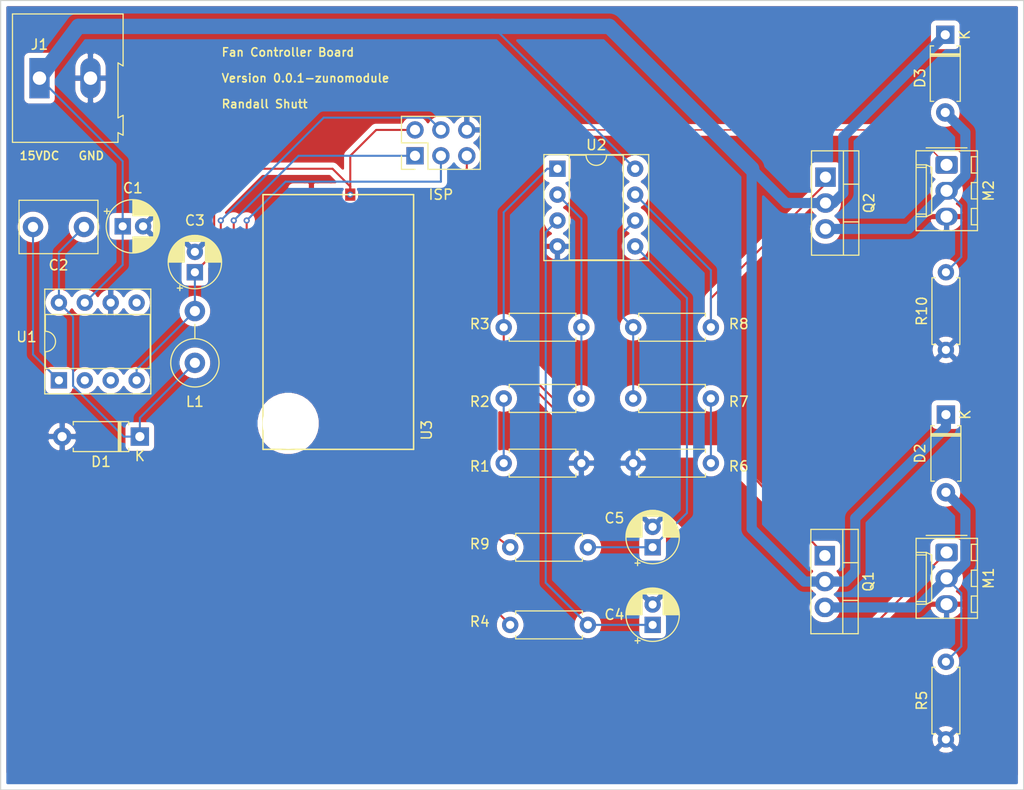
<source format=kicad_pcb>
(kicad_pcb (version 20241229) (generator "pcbnew") (generator_version "9.0")
  (layers (0 "F.Cu" mixed "Front") (2 "B.Cu" mixed "Back") (13 "F.Paste" user) (15 "B.Paste" user) (5 "F.SilkS" user) (7 "B.SilkS" user) (1 "F.Mask" user) (3 "B.Mask" user) (25 "Edge.Cuts" user))
  (net 0 "")
  (net 1 "15VDC")
  (net 2 "Net-(D2-Pad2)")
  (net 3 "GND")
  (net 4 "PWM1")
  (net 5 "PWM2")
  (net 6 "TACH1")
  (net 7 "TACH2")
  (net 8 "Net-(Q1-Pad1)")
  (net 9 "Net-(Q2-Pad1)")
  (net 10 "Net-(R2-Pad1)")
  (net 11 "Net-(C2-Pad1)")
  (net 12 "Net-(R7-Pad1)")
  (net 13 "Net-(C2-Pad2)")
  (net 14 "3V3DC")
  (net 15 "Net-(C4-Pad1)")
  (net 16 "Net-(C5-Pad1)")
  (net 17 "Net-(D3-Pad2)")
  (net 18 "Net-(R1-Pad1)")
  (net 19 "Net-(R6-Pad1)")
  (net 20 "Net-(U1-Pad3)")
  (net 21 "Net-(U1-Pad2)")
  (net 22 "Net-(U1-Pad5)")
  (net 23 "Net-(U3-Pad33)")
  (net 24 "Net-(U3-Pad8)")
  (net 25 "Net-(U3-Pad7)")
  (net 26 "Net-(U3-Pad6)")
  (net 27 "Net-(U3-Pad5)")
  (net 28 "Net-(U3-Pad4)")
  (net 29 "Net-(U3-Pad3)")
  (net 30 "Net-(U3-Pad25)")
  (net 31 "Net-(U3-Pad24)")
  (net 32 "Net-(U3-Pad9)")
  (net 33 "Net-(U3-Pad10)")
  (net 34 "Net-(U3-Pad11)")
  (net 35 "Net-(U3-Pad12)")
  (net 36 "Net-(U3-Pad28)")
  (net 37 "Net-(U3-Pad27)")
  (net 38 "Net-(U3-Pad23)")
  (net 39 "Net-(U3-Pad22)")
  (net 40 "Net-(U3-Pad21)")
  (net 41 "Net-(U3-Pad20)")
  (net 42 "Net-(U3-Pad19)")
  (net 43 "Net-(U3-Pad15)")
  (net 44 "Net-(U3-Pad16)")
  (net 45 "MISO")
  (net 46 "SCK")
  (net 47 "MOSI")
  (net 48 "RST")
  (footprint "Diode_THT:D_A-405_P7.62mm_Horizontal" (layer "F.Cu") (at 175.26 100.33 -90)
    (property "Reference" "D2" (at 3.81 2.54 90) (layer "F.SilkS"))
    (property "Value" "1N1004")
    (fp_text user "K" (at 0 -1.9 90) (layer "F.SilkS"))
    (pad "1" thru_hole rect (at 0 0 270) (size 1.8 1.8) (drill 0.9) (layers "*.Cu" "*.Mask") (net 1 "15VDC"))
    (pad "2" thru_hole oval (at 7.62 0 270) (size 1.8 1.8) (drill 0.9) (layers "*.Cu" "*.Mask") (net 2 "Net-(D2-Pad2)"))
  )
  (footprint "Diode_THT:D_A-405_P7.62mm_Horizontal" (layer "F.Cu") (at 175.1965 63.0555 -90)
    (property "Reference" "D3" (at 4.2545 2.4765 90) (layer "F.SilkS"))
    (property "Value" "1N1004")
    (fp_text user "K" (at 0 -1.9 90) (layer "F.SilkS"))
    (pad "1" thru_hole rect (at 0 0 270) (size 1.8 1.8) (drill 0.9) (layers "*.Cu" "*.Mask") (net 1 "15VDC"))
    (pad "2" thru_hole oval (at 7.62 0 270) (size 1.8 1.8) (drill 0.9) (layers "*.Cu" "*.Mask") (net 17 "Net-(D3-Pad2)"))
  )
  (footprint "Connector_Molex:Molex_KK-254_AE-6410-03A_1x03_P2.54mm_Vertical" (layer "F.Cu") (at 175.3235 75.819 -90)
    (property "Reference" "M2" (at 2.54 -4.12 90) (layer "F.SilkS"))
    (property "Value" "Fan_3pin")
    (pad "1" thru_hole roundrect (at 0 0 270) (size 1.74 2.19) (drill 1.19) (layers "*.Cu" "*.Mask") (roundrect_rratio 0.1436775862) (net 7 "TACH2"))
    (pad "2" thru_hole oval (at 2.54 0 270) (size 1.74 2.19) (drill 1.19) (layers "*.Cu" "*.Mask") (net 17 "Net-(D3-Pad2)"))
    (pad "3" thru_hole oval (at 5.08 0 270) (size 1.74 2.19) (drill 1.19) (layers "*.Cu" "*.Mask") (net 3 "GND"))
  )
  (footprint "Package_TO_SOT_THT:TO-220-3_Vertical" (layer "F.Cu") (at 163.3855 114.173 -90)
    (property "Reference" "Q1" (at 2.54 -4.27 90) (layer "F.SilkS"))
    (property "Value" "TIP120")
    (pad "1" thru_hole rect (at 0 0 270) (size 1.905 2) (drill 1.1) (layers "*.Cu" "*.Mask") (net 8 "Net-(Q1-Pad1)"))
    (pad "2" thru_hole oval (at 2.54 0 270) (size 1.905 2) (drill 1.1) (layers "*.Cu" "*.Mask") (net 1 "15VDC"))
    (pad "3" thru_hole oval (at 5.08 0 270) (size 1.905 2) (drill 1.1) (layers "*.Cu" "*.Mask") (net 2 "Net-(D2-Pad2)"))
  )
  (footprint "Package_TO_SOT_THT:TO-220-3_Vertical" (layer "F.Cu") (at 163.449 77.0255 -90)
    (property "Reference" "Q2" (at 2.54 -4.27 90) (layer "F.SilkS"))
    (property "Value" "TIP120")
    (pad "1" thru_hole rect (at 0 0 270) (size 1.905 2) (drill 1.1) (layers "*.Cu" "*.Mask") (net 9 "Net-(Q2-Pad1)"))
    (pad "2" thru_hole oval (at 2.54 0 270) (size 1.905 2) (drill 1.1) (layers "*.Cu" "*.Mask") (net 1 "15VDC"))
    (pad "3" thru_hole oval (at 5.08 0 270) (size 1.905 2) (drill 1.1) (layers "*.Cu" "*.Mask") (net 17 "Net-(D3-Pad2)"))
  )
  (footprint "Resistor_THT:R_Axial_DIN0207_L6.3mm_D2.5mm_P7.62mm_Horizontal" (layer "F.Cu") (at 139.5095 98.7425 180)
    (property "Reference" "R2" (at 9.9695 -0.3175 0) (layer "F.SilkS"))
    (property "Value" "3.9k")
    (pad "1" thru_hole circle (at 0 0 180) (size 1.6 1.6) (drill 0.8) (layers "*.Cu" "*.Mask") (net 10 "Net-(R2-Pad1)"))
    (pad "2" thru_hole oval (at 7.62 0 180) (size 1.6 1.6) (drill 0.8) (layers "*.Cu" "*.Mask") (net 18 "Net-(R1-Pad1)"))
  )
  (footprint "Resistor_THT:R_Axial_DIN0207_L6.3mm_D2.5mm_P7.62mm_Horizontal" (layer "F.Cu") (at 131.8895 91.7575)
    (property "Reference" "R3" (at -2.3495 -0.3175 0) (layer "F.SilkS"))
    (property "Value" "15k")
    (pad "1" thru_hole circle (at 0 0) (size 1.6 1.6) (drill 0.8) (layers "*.Cu" "*.Mask") (net 8 "Net-(Q1-Pad1)"))
    (pad "2" thru_hole oval (at 7.62 0) (size 1.6 1.6) (drill 0.8) (layers "*.Cu" "*.Mask") (net 10 "Net-(R2-Pad1)"))
  )
  (footprint "Resistor_THT:R_Axial_DIN0207_L6.3mm_D2.5mm_P7.62mm_Horizontal" (layer "F.Cu") (at 144.5895 98.7425)
    (property "Reference" "R7" (at 10.3505 0.3175 0) (layer "F.SilkS"))
    (property "Value" "3.9k")
    (pad "1" thru_hole circle (at 0 0) (size 1.6 1.6) (drill 0.8) (layers "*.Cu" "*.Mask") (net 12 "Net-(R7-Pad1)"))
    (pad "2" thru_hole oval (at 7.62 0) (size 1.6 1.6) (drill 0.8) (layers "*.Cu" "*.Mask") (net 19 "Net-(R6-Pad1)"))
  )
  (footprint "Resistor_THT:R_Axial_DIN0207_L6.3mm_D2.5mm_P7.62mm_Horizontal" (layer "F.Cu") (at 175.26 93.98 90)
    (property "Reference" "R10" (at 3.81 -2.37 90) (layer "F.SilkS"))
    (property "Value" "46k")
    (pad "1" thru_hole circle (at 0 0 90) (size 1.6 1.6) (drill 0.8) (layers "*.Cu" "*.Mask") (net 3 "GND"))
    (pad "2" thru_hole oval (at 7.62 0 90) (size 1.6 1.6) (drill 0.8) (layers "*.Cu" "*.Mask") (net 17 "Net-(D3-Pad2)"))
  )
  (footprint "Package_DIP:DIP-8_W7.62mm_Socket" (layer "F.Cu") (at 137.16 76.2)
    (property "Reference" "U2" (at 3.81 -2.33 0) (layer "F.SilkS"))
    (property "Value" "LM358")
    (pad "1" thru_hole rect (at 0 0) (size 1.6 1.6) (drill 0.8) (layers "*.Cu" "*.Mask") (net 8 "Net-(Q1-Pad1)"))
    (pad "2" thru_hole oval (at 0 2.54) (size 1.6 1.6) (drill 0.8) (layers "*.Cu" "*.Mask") (net 10 "Net-(R2-Pad1)"))
    (pad "3" thru_hole oval (at 0 5.08) (size 1.6 1.6) (drill 0.8) (layers "*.Cu" "*.Mask") (net 15 "Net-(C4-Pad1)"))
    (pad "4" thru_hole oval (at 0 7.62) (size 1.6 1.6) (drill 0.8) (layers "*.Cu" "*.Mask") (net 3 "GND"))
    (pad "5" thru_hole oval (at 7.62 7.62) (size 1.6 1.6) (drill 0.8) (layers "*.Cu" "*.Mask") (net 16 "Net-(C5-Pad1)"))
    (pad "6" thru_hole oval (at 7.62 5.08) (size 1.6 1.6) (drill 0.8) (layers "*.Cu" "*.Mask") (net 12 "Net-(R7-Pad1)"))
    (pad "7" thru_hole oval (at 7.62 2.54) (size 1.6 1.6) (drill 0.8) (layers "*.Cu" "*.Mask") (net 9 "Net-(Q2-Pad1)"))
    (pad "8" thru_hole oval (at 7.62 0) (size 1.6 1.6) (drill 0.8) (layers "*.Cu" "*.Mask") (net 1 "15VDC"))
  )
  (footprint "Inductor_THT:L_Axial_L14.0mm_D4.5mm_P5.08mm_Vertical_Fastron_LACC" (layer "F.Cu") (at 101.6 95.25 90)
    (property "Reference" "L1" (at -3.81 0 180) (layer "F.SilkS"))
    (property "Value" "68uH")
    (pad "1" thru_hole circle (at 0 0 90) (size 2 2) (drill 1) (layers "*.Cu" "*.Mask") (net 11 "Net-(C2-Pad1)"))
    (pad "2" thru_hole oval (at 5.08 0 90) (size 2 2) (drill 1) (layers "*.Cu" "*.Mask") (net 14 "3V3DC"))
  )
  (footprint "Capacitor_THT:CP_Radial_D5.0mm_P2.00mm" (layer "F.Cu") (at 101.6 86.36 90)
    (property "Reference" "C3" (at 5.08 0 180) (layer "F.SilkS"))
    (property "Value" "100uF")
    (pad "1" thru_hole rect (at 0 0 90) (size 1.6 1.6) (drill 0.8) (layers "*.Cu" "*.Mask") (net 14 "3V3DC"))
    (pad "2" thru_hole circle (at 2 0 90) (size 1.6 1.6) (drill 0.8) (layers "*.Cu" "*.Mask") (net 3 "GND"))
  )
  (footprint "Resistor_THT:R_Axial_DIN0207_L6.3mm_D2.5mm_P7.62mm_Horizontal" (layer "F.Cu") (at 152.2095 91.7575 180)
    (property "Reference" "R8" (at -2.7305 0.3175 0) (layer "F.SilkS"))
    (property "Value" "15k")
    (pad "1" thru_hole circle (at 0 0 180) (size 1.6 1.6) (drill 0.8) (layers "*.Cu" "*.Mask") (net 9 "Net-(Q2-Pad1)"))
    (pad "2" thru_hole oval (at 7.62 0 180) (size 1.6 1.6) (drill 0.8) (layers "*.Cu" "*.Mask") (net 12 "Net-(R7-Pad1)"))
  )
  (footprint "Resistor_THT:R_Axial_DIN0207_L6.3mm_D2.5mm_P7.62mm_Horizontal" (layer "F.Cu") (at 175.26 132.207 90)
    (property "Reference" "R5" (at 3.81 -2.37 90) (layer "F.SilkS"))
    (property "Value" "46k")
    (pad "1" thru_hole circle (at 0 0 90) (size 1.6 1.6) (drill 0.8) (layers "*.Cu" "*.Mask") (net 3 "GND"))
    (pad "2" thru_hole oval (at 7.62 0 90) (size 1.6 1.6) (drill 0.8) (layers "*.Cu" "*.Mask") (net 2 "Net-(D2-Pad2)"))
  )
  (footprint "Resistor_THT:R_Axial_DIN0207_L6.3mm_D2.5mm_P7.62mm_Horizontal" (layer "F.Cu") (at 152.2095 105.0925 180)
    (property "Reference" "R6" (at -2.7305 -0.3175 0) (layer "F.SilkS"))
    (property "Value" "390")
    (pad "1" thru_hole circle (at 0 0 180) (size 1.6 1.6) (drill 0.8) (layers "*.Cu" "*.Mask") (net 19 "Net-(R6-Pad1)"))
    (pad "2" thru_hole oval (at 7.62 0 180) (size 1.6 1.6) (drill 0.8) (layers "*.Cu" "*.Mask") (net 3 "GND"))
  )
  (footprint "Diode_THT:D_A-405_P7.62mm_Horizontal" (layer "F.Cu") (at 96.2025 102.489 180)
    (property "Reference" "D1" (at 3.81 -2.47 0) (layer "F.SilkS"))
    (property "Value" "D_Schottky")
    (fp_text user "K" (at 0 -1.9 0) (layer "F.SilkS"))
    (pad "1" thru_hole rect (at 0 0 180) (size 1.8 1.8) (drill 0.9) (layers "*.Cu" "*.Mask") (net 11 "Net-(C2-Pad1)"))
    (pad "2" thru_hole oval (at 7.62 0 180) (size 1.8 1.8) (drill 0.9) (layers "*.Cu" "*.Mask") (net 3 "GND"))
  )
  (footprint "Package_DIP:DIP-8_W7.62mm_Socket" (layer "F.Cu") (at 88.265 96.9645 90)
    (property "Reference" "U1" (at 4.2545 -3.175 180) (layer "F.SilkS"))
    (property "Value" "LM2674M-3.3")
    (pad "1" thru_hole rect (at 0 0 90) (size 1.6 1.6) (drill 0.8) (layers "*.Cu" "*.Mask") (net 13 "Net-(C2-Pad2)"))
    (pad "2" thru_hole oval (at 0 2.54 90) (size 1.6 1.6) (drill 0.8) (layers "*.Cu" "*.Mask") (net 21 "Net-(U1-Pad2)"))
    (pad "3" thru_hole oval (at 0 5.08 90) (size 1.6 1.6) (drill 0.8) (layers "*.Cu" "*.Mask") (net 20 "Net-(U1-Pad3)"))
    (pad "4" thru_hole oval (at 0 7.62 90) (size 1.6 1.6) (drill 0.8) (layers "*.Cu" "*.Mask") (net 14 "3V3DC"))
    (pad "5" thru_hole oval (at 7.62 7.62 90) (size 1.6 1.6) (drill 0.8) (layers "*.Cu" "*.Mask") (net 22 "Net-(U1-Pad5)"))
    (pad "6" thru_hole oval (at 7.62 5.08 90) (size 1.6 1.6) (drill 0.8) (layers "*.Cu" "*.Mask") (net 3 "GND"))
    (pad "7" thru_hole oval (at 7.62 2.54 90) (size 1.6 1.6) (drill 0.8) (layers "*.Cu" "*.Mask") (net 1 "15VDC"))
    (pad "8" thru_hole oval (at 7.62 0 90) (size 1.6 1.6) (drill 0.8) (layers "*.Cu" "*.Mask") (net 11 "Net-(C2-Pad1)"))
  )
  (footprint "Resistor_THT:R_Axial_DIN0207_L6.3mm_D2.5mm_P7.62mm_Horizontal" (layer "F.Cu") (at 140.1445 120.9675 180)
    (property "Reference" "R4" (at 10.6045 0.3175 0) (layer "F.SilkS"))
    (property "Value" "330")
    (pad "1" thru_hole circle (at 0 0 180) (size 1.6 1.6) (drill 0.8) (layers "*.Cu" "*.Mask") (net 15 "Net-(C4-Pad1)"))
    (pad "2" thru_hole oval (at 7.62 0 180) (size 1.6 1.6) (drill 0.8) (layers "*.Cu" "*.Mask") (net 4 "PWM1"))
  )
  (footprint "Resistor_THT:R_Axial_DIN0207_L6.3mm_D2.5mm_P7.62mm_Horizontal" (layer "F.Cu") (at 140.1445 113.3475 180)
    (property "Reference" "R9" (at 10.6045 0.3175 0) (layer "F.SilkS"))
    (property "Value" "330")
    (pad "1" thru_hole circle (at 0 0 180) (size 1.6 1.6) (drill 0.8) (layers "*.Cu" "*.Mask") (net 16 "Net-(C5-Pad1)"))
    (pad "2" thru_hole oval (at 7.62 0 180) (size 1.6 1.6) (drill 0.8) (layers "*.Cu" "*.Mask") (net 5 "PWM2"))
  )
  (footprint "Capacitor_THT:CP_Radial_D5.0mm_P2.00mm" (layer "F.Cu") (at 146.4945 120.9675 90)
    (property "Reference" "C4" (at 1 -3.75 180) (layer "F.SilkS"))
    (property "Value" "100uF")
    (pad "1" thru_hole rect (at 0 0 90) (size 1.6 1.6) (drill 0.8) (layers "*.Cu" "*.Mask") (net 15 "Net-(C4-Pad1)"))
    (pad "2" thru_hole circle (at 2 0 90) (size 1.6 1.6) (drill 0.8) (layers "*.Cu" "*.Mask") (net 3 "GND"))
  )
  (footprint "Capacitor_THT:CP_Radial_D5.0mm_P2.00mm" (layer "F.Cu") (at 146.4945 113.3475 90)
    (property "Reference" "C5" (at 2.8575 -3.75 180) (layer "F.SilkS"))
    (property "Value" "100uF")
    (pad "1" thru_hole rect (at 0 0 90) (size 1.6 1.6) (drill 0.8) (layers "*.Cu" "*.Mask") (net 16 "Net-(C5-Pad1)"))
    (pad "2" thru_hole circle (at 2 0 90) (size 1.6 1.6) (drill 0.8) (layers "*.Cu" "*.Mask") (net 3 "GND"))
  )
  (footprint "Resistor_THT:R_Axial_DIN0207_L6.3mm_D2.5mm_P7.62mm_Horizontal" (layer "F.Cu") (at 131.8895 105.0925)
    (property "Reference" "R1" (at -2.3495 0.3175 0) (layer "F.SilkS"))
    (property "Value" "390")
    (pad "1" thru_hole circle (at 0 0) (size 1.6 1.6) (drill 0.8) (layers "*.Cu" "*.Mask") (net 18 "Net-(R1-Pad1)"))
    (pad "2" thru_hole oval (at 7.62 0) (size 1.6 1.6) (drill 0.8) (layers "*.Cu" "*.Mask") (net 3 "GND"))
  )
  (footprint "Connector_Molex:Molex_KK-254_AE-6410-03A_1x03_P2.54mm_Vertical" (layer "F.Cu") (at 175.3235 113.8555 -90)
    (property "Reference" "M1" (at 2.54 -4.12 90) (layer "F.SilkS"))
    (property "Value" "Fan_3pin")
    (pad "1" thru_hole roundrect (at 0 0 270) (size 1.74 2.19) (drill 1.19) (layers "*.Cu" "*.Mask") (roundrect_rratio 0.1436775862) (net 6 "TACH1"))
    (pad "2" thru_hole oval (at 2.54 0 270) (size 1.74 2.19) (drill 1.19) (layers "*.Cu" "*.Mask") (net 2 "Net-(D2-Pad2)"))
    (pad "3" thru_hole oval (at 5.08 0 270) (size 1.74 2.19) (drill 1.19) (layers "*.Cu" "*.Mask") (net 3 "GND"))
  )
  (footprint "ZUno Module:Z-UNO Module" (layer "F.Cu") (at 111.76 78.74 -90)
    (property "Reference" "U3" (at 23.114 -12.573 90) (layer "F.SilkS"))
    (property "Value" "Z-Uno-Module")
    (pad "" np_thru_hole circle (at 22.452 1.009 270) (size 5 5) (drill 5) (layers "*.Cu" "*.Mask"))
    (pad "0" smd rect (at 5.182 3.48 270) (size 1 1.2) (layers "F.Cu" "F.Mask" "F.Paste") (net 46 "SCK"))
    (pad "1" smd rect (at 6.452 3.48 270) (size 1 1.2) (layers "F.Cu" "F.Mask" "F.Paste") (net 45 "MISO"))
    (pad "2" smd rect (at 7.722 3.48 270) (size 1 1.2) (layers "F.Cu" "F.Mask" "F.Paste") (net 47 "MOSI"))
    (pad "3" smd rect (at 11.532 3.48 270) (size 1 1.2) (layers "F.Cu" "F.Mask" "F.Paste") (net 29 "Net-(U3-Pad3)"))
    (pad "4" smd rect (at 12.802 3.48 270) (size 1 1.2) (layers "F.Cu" "F.Mask" "F.Paste") (net 28 "Net-(U3-Pad4)"))
    (pad "5" smd rect (at 14.072 3.48 270) (size 1 1.2) (layers "F.Cu" "F.Mask" "F.Paste") (net 27 "Net-(U3-Pad5)"))
    (pad "6" smd rect (at 15.342 3.48 270) (size 1 1.2) (layers "F.Cu" "F.Mask" "F.Paste") (net 26 "Net-(U3-Pad6)"))
    (pad "7" smd rect (at 16.612 3.48 270) (size 1 1.2) (layers "F.Cu" "F.Mask" "F.Paste") (net 25 "Net-(U3-Pad7)"))
    (pad "8" smd rect (at 17.882 3.48 270) (size 1 1.2) (layers "F.Cu" "F.Mask" "F.Paste") (net 24 "Net-(U3-Pad8)"))
    (pad "9" smd rect (at 17.852 -11.291 270) (size 1 1.2) (layers "F.Cu" "F.Mask" "F.Paste") (net 32 "Net-(U3-Pad9)"))
    (pad "10" smd rect (at 16.582 -11.291 270) (size 1 1.2) (layers "F.Cu" "F.Mask" "F.Paste") (net 33 "Net-(U3-Pad10)"))
    (pad "11" smd rect (at 15.312 -11.291 270) (size 1 1.2) (layers "F.Cu" "F.Mask" "F.Paste") (net 34 "Net-(U3-Pad11)"))
    (pad "12" smd rect (at 14.042 -11.291 270) (size 1 1.2) (layers "F.Cu" "F.Mask" "F.Paste") (net 35 "Net-(U3-Pad12)"))
    (pad "13" smd rect (at 12.772 -11.291 270) (size 1 1.2) (layers "F.Cu" "F.Mask" "F.Paste") (net 4 "PWM1"))
    (pad "14" smd rect (at 11.502 -11.291 270) (size 1 1.2) (layers "F.Cu" "F.Mask" "F.Paste") (net 5 "PWM2"))
    (pad "15" smd rect (at 10.232 -11.291 270) (size 1 1.2) (layers "F.Cu" "F.Mask" "F.Paste") (net 43 "Net-(U3-Pad15)"))
    (pad "16" smd rect (at 8.962 -11.291 270) (size 1 1.2) (layers "F.Cu" "F.Mask" "F.Paste") (net 44 "Net-(U3-Pad16)"))
    (pad "17" smd rect (at 7.692 -11.291 270) (size 1 1.2) (layers "F.Cu" "F.Mask" "F.Paste") (net 6 "TACH1"))
    (pad "18" smd rect (at 6.422 -11.291 270) (size 1 1.2) (layers "F.Cu" "F.Mask" "F.Paste") (net 7 "TACH2"))
    (pad "19" smd rect (at 5.152 -11.291 270) (size 1 1.2) (layers "F.Cu" "F.Mask" "F.Paste") (net 42 "Net-(U3-Pad19)"))
    (pad "20" smd rect (at 3.882 -11.291 270) (size 1 1.2) (layers "F.Cu" "F.Mask" "F.Paste") (net 41 "Net-(U3-Pad20)"))
    (pad "21" smd rect (at 0 -8.89 270) (size 1.2 1) (layers "F.Cu" "F.Mask" "F.Paste") (net 40 "Net-(U3-Pad21)"))
    (pad "22" smd rect (at 0 -7.62 270) (size 1.2 1) (layers "F.Cu" "F.Mask" "F.Paste") (net 39 "Net-(U3-Pad22)"))
    (pad "23" smd rect (at 0 -6.35 270) (size 1.2 1) (layers "F.Cu" "F.Mask" "F.Paste") (net 38 "Net-(U3-Pad23)"))
    (pad "24" smd rect (at 8.992 3.48 270) (size 1 1.2) (layers "F.Cu" "F.Mask" "F.Paste") (net 31 "Net-(U3-Pad24)"))
    (pad "25" smd rect (at 10.262 3.48 270) (size 1 1.2) (layers "F.Cu" "F.Mask" "F.Paste") (net 30 "Net-(U3-Pad25)"))
    (pad "26" smd rect (at 0 -5.08 270) (size 1.2 1) (layers "F.Cu" "F.Mask" "F.Paste") (net 14 "3V3DC"))
    (pad "27" smd rect (at 0 -3.81 270) (size 1.2 1) (layers "F.Cu" "F.Mask" "F.Paste") (net 37 "Net-(U3-Pad27)"))
    (pad "28" smd rect (at 0 -2.54 270) (size 1.2 1) (layers "F.Cu" "F.Mask" "F.Paste") (net 36 "Net-(U3-Pad28)"))
    (pad "29" smd rect (at 0 -1.27 270) (size 1.2 1) (layers "F.Cu" "F.Mask" "F.Paste") (net 3 "GND"))
    (pad "30" smd rect (at 0 0 270) (size 1.2 1) (layers "F.Cu" "F.Mask" "F.Paste") (net 48 "RST"))
    (pad "31" smd rect (at 3.912 3.48 270) (size 1 1.2) (layers "F.Cu" "F.Mask" "F.Paste") (net 3 "GND"))
    (pad "32" smd rect (at 25 -3.822 270) (size 1.2 1) (layers "F.Cu" "F.Mask" "F.Paste") (net 3 "GND"))
    (pad "33" smd rect (at 25 -5.092 270) (size 1.2 1) (layers "F.Cu" "F.Mask" "F.Paste") (net 23 "Net-(U3-Pad33)"))
    (pad "34" smd rect (at 25 -6.422 270) (size 1.2 1) (layers "F.Cu" "F.Mask" "F.Paste") (net 3 "GND"))
  )
  (footprint "Capacitor_THT:C_Disc_D7.5mm_W5.0mm_P5.00mm" (layer "F.Cu") (at 90.725 81.915 180)
    (property "Reference" "C2" (at 2.5 -3.75 0) (layer "F.SilkS"))
    (property "Value" "0.01uF")
    (pad "1" thru_hole circle (at 0 0 180) (size 2 2) (drill 1) (layers "*.Cu" "*.Mask") (net 11 "Net-(C2-Pad1)"))
    (pad "2" thru_hole circle (at 5 0 180) (size 2 2) (drill 1) (layers "*.Cu" "*.Mask") (net 13 "Net-(C2-Pad2)"))
  )
  (footprint "Capacitor_THT:CP_Radial_D5.0mm_P2.00mm" (layer "F.Cu") (at 94.52 81.8515)
    (property "Reference" "C1" (at 1 -3.75 0) (layer "F.SilkS"))
    (property "Value" "100uF")
    (pad "1" thru_hole rect (at 0 0) (size 1.6 1.6) (drill 0.8) (layers "*.Cu" "*.Mask") (net 1 "15VDC"))
    (pad "2" thru_hole circle (at 2 0) (size 1.6 1.6) (drill 0.8) (layers "*.Cu" "*.Mask") (net 3 "GND"))
  )
  (footprint "TerminalBlock:TerminalBlock_Altech_AK300-2_P5.00mm" (layer "F.Cu") (at 86.36 67.31)
    (property "Reference" "J1" (at 0 -3.3 0) (layer "F.SilkS"))
    (property "Value" "Power")
    (pad "1" thru_hole rect (at 0 0) (size 1.98 3.96) (drill 1.32) (layers "*.Cu" "*.Mask") (net 1 "15VDC"))
    (pad "2" thru_hole oval (at 5 0) (size 1.98 3.96) (drill 1.32) (layers "*.Cu" "*.Mask") (net 3 "GND"))
  )
  (footprint "Connector_PinHeader_2.54mm:PinHeader_2x03_P2.54mm_Vertical" (layer "F.Cu") (at 123.19 74.93 90)
    (property "Reference" "ISP" (at -3.81 2.54 180) (layer "F.SilkS"))
    (property "Value" "AVR-ISP-6")
    (pad "1" thru_hole rect (at 0 0 90) (size 1.7 1.7) (drill 1) (layers "*.Cu" "*.Mask") (net 45 "MISO"))
    (pad "2" thru_hole oval (at 2.54 0 90) (size 1.7 1.7) (drill 1) (layers "*.Cu" "*.Mask") (net 14 "3V3DC"))
    (pad "3" thru_hole oval (at 0 2.54 90) (size 1.7 1.7) (drill 1) (layers "*.Cu" "*.Mask") (net 46 "SCK"))
    (pad "4" thru_hole oval (at 2.54 2.54 90) (size 1.7 1.7) (drill 1) (layers "*.Cu" "*.Mask") (net 47 "MOSI"))
    (pad "5" thru_hole oval (at 0 5.08 90) (size 1.7 1.7) (drill 1) (layers "*.Cu" "*.Mask") (net 48 "RST"))
    (pad "6" thru_hole oval (at 2.54 5.08 90) (size 1.7 1.7) (drill 1) (layers "*.Cu" "*.Mask") (net 3 "GND"))
  )
  (gr_line (start 182.88 59.69) (end 182.88 137.16) (stroke (width 0.1)) (layer "Edge.Cuts"))
  (gr_line (start 82.55 137.16) (end 82.55 59.69) (stroke (width 0.1)) (layer "Edge.Cuts"))
  (gr_line (start 182.88 137.16) (end 82.55 137.16) (stroke (width 0.1)) (layer "Edge.Cuts"))
  (gr_line (start 82.55 59.69) (end 182.88 59.69) (stroke (width 0.1)) (layer "Edge.Cuts"))
  (gr_text "Fan Controller Board" (at 104.14 64.77 0) (layer "F.SilkS") (effects (font (size 0.8128 0.8128) (thickness 0.1524)) (justify left)))
  (gr_text "15VDC" (at 86.36 74.93 0) (layer "F.SilkS") (effects (font (size 0.8128 0.8128) (thickness 0.1524))))
  (gr_text "Randall Shutt" (at 104.14 69.85 0) (layer "F.SilkS") (effects (font (size 0.8128 0.8128) (thickness 0.1524)) (justify left)))
  (gr_text "Version 0.0.1-zunomodule" (at 104.14 67.31 0) (layer "F.SilkS") (effects (font (size 0.8128 0.8128) (thickness 0.1524)) (justify left)))
  (gr_text "GND" (at 91.44 74.93 0) (layer "F.SilkS") (effects (font (size 0.8128 0.8128) (thickness 0.1524))))
  (segment (start 142.24 62.23) (end 156.21 76.2) (width 1.5) (layer "B.Cu") (net 1))
  (segment (start 156.21 76.2) (end 159.5755 79.5655) (width 1) (layer "B.Cu") (net 1))
  (segment (start 90.17 62.23) (end 130.81 62.23) (width 1.5) (layer "B.Cu") (net 1))
  (segment (start 165.3855 116.713) (end 163.3855 116.713) (width 1) (layer "B.Cu") (net 1))
  (segment (start 156.21 76.2) (end 156.21 111.5375) (width 1) (layer "B.Cu") (net 1))
  (segment (start 94.52 85.6295) (end 90.805 89.3445) (width 0.2) (layer "B.Cu") (net 1))
  (segment (start 164.211502 79.5655) (end 165.199001 78.578001) (width 1) (layer "B.Cu") (net 1))
  (segment (start 130.81 62.23) (end 138.43 62.23) (width 1.5) (layer "B.Cu") (net 1))
  (segment (start 159.5755 79.5655) (end 163.449 79.5655) (width 1) (layer "B.Cu") (net 1))
  (segment (start 175.26 101.6) (end 166.37 110.49) (width 1) (layer "B.Cu") (net 1))
  (segment (start 163.449 79.5655) (end 164.211502 79.5655) (width 1) (layer "B.Cu") (net 1))
  (segment (start 94.52 75.47) (end 86.36 67.31) (width 0.2) (layer "B.Cu") (net 1))
  (segment (start 94.52 81.8515) (end 94.52 85.6295) (width 0.2) (layer "B.Cu") (net 1))
  (segment (start 175.26 100.33) (end 175.26 101.6) (width 1) (layer "B.Cu") (net 1))
  (segment (start 94.52 81.8515) (end 94.52 75.47) (width 0.2) (layer "B.Cu") (net 1))
  (segment (start 165.199001 73.052999) (end 175.1965 63.0555) (width 1) (layer "B.Cu") (net 1))
  (segment (start 86.36 67.31) (end 90.17 62.23) (width 1.5) (layer "B.Cu") (net 1))
  (segment (start 166.37 115.7285) (end 165.3855 116.713) (width 1) (layer "B.Cu") (net 1))
  (segment (start 86.5825 67.5325) (end 86.36 67.31) (width 0.2) (layer "B.Cu") (net 1))
  (segment (start 165.199001 78.578001) (end 165.199001 73.052999) (width 1) (layer "B.Cu") (net 1))
  (segment (start 166.37 110.49) (end 166.37 115.7285) (width 1) (layer "B.Cu") (net 1))
  (segment (start 130.81 62.23) (end 144.78 76.2) (width 0.2) (layer "B.Cu") (net 1))
  (segment (start 163.630102 79.5655) (end 163.449 79.5655) (width 0.6) (layer "B.Cu") (net 1))
  (segment (start 138.43 62.23) (end 142.24 62.23) (width 1.5) (layer "B.Cu") (net 1))
  (segment (start 156.21 111.5375) (end 161.3855 116.713) (width 1) (layer "B.Cu") (net 1))
  (segment (start 161.3855 116.713) (end 163.3855 116.713) (width 1) (layer "B.Cu") (net 1))
  (segment (start 176.76851 117.84051) (end 175.3235 116.3955) (width 0.2) (layer "B.Cu") (net 2))
  (segment (start 175.26 107.95) (end 177.16851 109.85851) (width 1) (layer "B.Cu") (net 2))
  (segment (start 175.66273 116.3955) (end 175.3235 116.3955) (width 1) (layer "B.Cu") (net 2))
  (segment (start 172.466 119.253) (end 175.3235 116.3955) (width 1) (layer "B.Cu") (net 2))
  (segment (start 177.16851 114.88972) (end 175.66273 116.3955) (width 1) (layer "B.Cu") (net 2))
  (segment (start 175.26 124.587) (end 176.76851 123.07849) (width 0.2) (layer "B.Cu") (net 2))
  (segment (start 163.3855 119.253) (end 172.466 119.253) (width 1) (layer "B.Cu") (net 2))
  (segment (start 177.16851 109.85851) (end 177.16851 114.88972) (width 1) (layer "B.Cu") (net 2))
  (segment (start 176.76851 123.07849) (end 176.76851 117.84051) (width 0.2) (layer "B.Cu") (net 2))
  (segment (start 125.857 94.107) (end 125.857 94.107) (width 0.2) (layer "F.Cu") (net 4))
  (segment (start 123.686264 91.512) (end 123.051 91.512) (width 0.2) (layer "F.Cu") (net 4))
  (segment (start 125.857 114.3) (end 125.857 94.107) (width 0.2) (layer "F.Cu") (net 4))
  (segment (start 125.857 93.682736) (end 123.686264 91.512) (width 0.2) (layer "F.Cu") (net 4))
  (segment (start 125.857 94.107) (end 125.857 93.682736) (width 0.2) (layer "F.Cu") (net 4))
  (segment (start 132.5245 120.9675) (end 125.857 114.3) (width 0.2) (layer "F.Cu") (net 4))
  (segment (start 127 109.22) (end 127 92.71) (width 0.2) (layer "F.Cu") (net 5))
  (segment (start 127 92.71) (end 124.46 90.242) (width 0.2) (layer "F.Cu") (net 5))
  (segment (start 132.5245 113.3475) (end 127 109.22) (width 0.2) (layer "F.Cu") (net 5))
  (segment (start 124.46 90.242) (end 123.051 90.242) (width 0.2) (layer "F.Cu") (net 5))
  (segment (start 123.511002 86.432) (end 123.051 86.432) (width 0.2) (layer "F.Cu") (net 6))
  (segment (start 175.3235 113.8555) (end 164.719 124.46) (width 0.2) (layer "F.Cu") (net 6))
  (segment (start 164.719 124.46) (end 161.29 124.46) (width 0.2) (layer "F.Cu") (net 6))
  (segment (start 161.29 124.46) (end 154.235 117.155998) (width 0.2) (layer "F.Cu") (net 6))
  (segment (start 154.235 117.155998) (end 123.511002 86.432) (width 0.2) (layer "F.Cu") (net 6))
  (segment (start 123.051 85.162) (end 123.778 85.162) (width 0.127) (layer "F.Cu") (net 7))
  (segment (start 136.55 72.39) (end 171.8945 72.39) (width 0.127) (layer "F.Cu") (net 7))
  (segment (start 123.778 85.162) (end 136.55 72.39) (width 0.2) (layer "F.Cu") (net 7))
  (segment (start 171.8945 72.39) (end 175.3235 75.819) (width 0.127) (layer "F.Cu") (net 7))
  (segment (start 131.895041 93.98) (end 140.97 102.87) (width 0.2) (layer "F.Cu") (net 8))
  (segment (start 131.8895 91.7575) (end 131.895041 93.98) (width 0.2) (layer "F.Cu") (net 8))
  (segment (start 153.154999 102.87) (end 163.3855 114.173) (width 0.2) (layer "F.Cu") (net 8))
  (segment (start 140.97 102.87) (end 153.154999 102.87) (width 0.2) (layer "F.Cu") (net 8))
  (segment (start 131.8895 80.4705) (end 131.8895 91.7575) (width 0.2) (layer "B.Cu") (net 8))
  (segment (start 136.16 76.2) (end 131.8895 80.4705) (width 0.2) (layer "B.Cu") (net 8))
  (segment (start 137.16 76.2) (end 136.16 76.2) (width 0.2) (layer "B.Cu") (net 8))
  (segment (start 163.449 77.675973) (end 163.449 77.0255) (width 0.2) (layer "F.Cu") (net 9))
  (segment (start 152.2095 88.915473) (end 163.449 77.675973) (width 0.2) (layer "F.Cu") (net 9))
  (segment (start 152.2095 91.7575) (end 152.2095 88.915473) (width 0.2) (layer "F.Cu") (net 9))
  (segment (start 152.2095 86.1695) (end 152.2095 91.7575) (width 0.2) (layer "B.Cu") (net 9))
  (segment (start 144.78 78.74) (end 152.2095 86.1695) (width 0.2) (layer "B.Cu") (net 9))
  (segment (start 139.5095 98.7425) (end 139.5095 91.7575) (width 0.2) (layer "B.Cu") (net 10))
  (segment (start 139.5095 81.0895) (end 139.5095 91.7575) (width 0.2) (layer "B.Cu") (net 10))
  (segment (start 137.16 78.74) (end 139.5095 81.0895) (width 0.2) (layer "B.Cu") (net 10))
  (segment (start 96.2025 100.6475) (end 101.6 95.25) (width 0.2) (layer "B.Cu") (net 11))
  (segment (start 88.265 89.3445) (end 89.654999 90.734499) (width 0.2) (layer "B.Cu") (net 11))
  (segment (start 88.265 89.3445) (end 88.265 84.375) (width 0.2) (layer "B.Cu") (net 11))
  (segment (start 89.654999 97.516501) (end 94.627498 102.489) (width 0.2) (layer "B.Cu") (net 11))
  (segment (start 94.627498 102.489) (end 96.2025 102.489) (width 0.2) (layer "B.Cu") (net 11))
  (segment (start 96.2025 102.489) (end 96.2025 100.6475) (width 0.2) (layer "B.Cu") (net 11))
  (segment (start 89.654999 90.734499) (end 89.654999 97.516501) (width 0.2) (layer "B.Cu") (net 11))
  (segment (start 88.265 84.375) (end 90.725 81.915) (width 0.2) (layer "B.Cu") (net 11))
  (segment (start 144.78 81.28) (end 143.629999 82.430001) (width 0.2) (layer "B.Cu") (net 12))
  (segment (start 144.5895 91.7575) (end 144.5895 98.7425) (width 0.2) (layer "B.Cu") (net 12))
  (segment (start 143.629999 90.797999) (end 144.5895 91.7575) (width 0.2) (layer "B.Cu") (net 12))
  (segment (start 143.629999 82.430001) (end 143.629999 90.797999) (width 0.2) (layer "B.Cu") (net 12))
  (segment (start 85.725 81.915) (end 85.725 94.4245) (width 0.2) (layer "B.Cu") (net 13))
  (segment (start 85.725 94.4245) (end 88.265 96.9645) (width 0.2) (layer "B.Cu") (net 13))
  (segment (start 116.84 74.93) (end 116.84 78.74) (width 0.2) (layer "F.Cu") (net 14))
  (segment (start 119.38 72.39) (end 116.84 74.93) (width 0.2) (layer "F.Cu") (net 14))
  (segment (start 101.6 86.36) (end 103.489998 84.470002) (width 0.2) (layer "F.Cu") (net 14))
  (segment (start 115.1 76.2) (end 116.84 77.94) (width 0.2) (layer "F.Cu") (net 14))
  (segment (start 116.84 77.94) (end 116.84 78.74) (width 0.2) (layer "F.Cu") (net 14))
  (segment (start 103.489998 84.470002) (end 103.489998 80.660002) (width 0.2) (layer "F.Cu") (net 14))
  (segment (start 123.19 72.39) (end 119.38 72.39) (width 0.2) (layer "F.Cu") (net 14))
  (segment (start 107.95 76.2) (end 115.1 76.2) (width 0.2) (layer "F.Cu") (net 14))
  (segment (start 103.489998 80.660002) (end 107.95 76.2) (width 0.2) (layer "F.Cu") (net 14))
  (via (at 116.84 78.74) (size 0.6) (drill 0.3) (layers "F.Cu" "B.Cu") (net 14))
  (segment (start 95.885 95.885) (end 95.885 96.9645) (width 0.2) (layer "B.Cu") (net 14))
  (segment (start 101.6 90.17) (end 101.6 86.36) (width 0.2) (layer "B.Cu") (net 14))
  (segment (start 101.6 90.17) (end 95.885 95.885) (width 0.2) (layer "B.Cu") (net 14))
  (segment (start 136.009999 82.430001) (end 136.009999 116.832999) (width 0.2) (layer "B.Cu") (net 15))
  (segment (start 136.009999 116.832999) (end 140.1445 120.9675) (width 0.2) (layer "B.Cu") (net 15))
  (segment (start 146.4945 120.9675) (end 140.1445 120.9675) (width 0.2) (layer "B.Cu") (net 15))
  (segment (start 136.132999 116.955999) (end 140.1445 120.9675) (width 0.2) (layer "B.Cu") (net 15))
  (segment (start 137.16 81.28) (end 136.009999 82.430001) (width 0.2) (layer "B.Cu") (net 15))
  (segment (start 149.86 109.982) (end 146.4945 113.3475) (width 0.2) (layer "B.Cu") (net 16))
  (segment (start 149.86 88.9) (end 149.86 109.982) (width 0.2) (layer "B.Cu") (net 16))
  (segment (start 144.78 83.82) (end 149.86 88.9) (width 0.2) (layer "B.Cu") (net 16))
  (segment (start 140.1445 113.3475) (end 146.4945 113.3475) (width 0.2) (layer "B.Cu") (net 16))
  (segment (start 171.577 82.1055) (end 175.3235 78.359) (width 1) (layer "B.Cu") (net 17))
  (segment (start 176.76851 79.80401) (end 175.3235 78.359) (width 0.2) (layer "B.Cu") (net 17))
  (segment (start 175.1965 70.6755) (end 177.16851 72.64751) (width 1) (layer "B.Cu") (net 17))
  (segment (start 177.16851 76.85322) (end 175.66273 78.359) (width 1) (layer "B.Cu") (net 17))
  (segment (start 175.26 86.36) (end 176.76851 84.85149) (width 0.2) (layer "B.Cu") (net 17))
  (segment (start 175.66273 78.359) (end 175.3235 78.359) (width 1) (layer "B.Cu") (net 17))
  (segment (start 176.76851 84.85149) (end 176.76851 79.80401) (width 0.2) (layer "B.Cu") (net 17))
  (segment (start 163.449 82.1055) (end 171.577 82.1055) (width 1) (layer "B.Cu") (net 17))
  (segment (start 177.16851 72.64751) (end 177.16851 76.85322) (width 1) (layer "B.Cu") (net 17))
  (segment (start 131.8895 98.7425) (end 131.8895 105.0925) (width 0.2) (layer "B.Cu") (net 18))
  (segment (start 152.2095 98.7425) (end 152.2095 105.0925) (width 0.2) (layer "B.Cu") (net 19))
  (segment (start 105.41 81.28) (end 105.41 82.782002) (width 0.2) (layer "F.Cu") (net 45))
  (segment (start 107.819998 85.192) (end 108.28 85.192) (width 0.2) (layer "F.Cu") (net 45))
  (segment (start 105.41 82.782002) (end 107.819998 85.192) (width 0.2) (layer "F.Cu") (net 45))
  (via (at 105.41 81.28) (size 0.6) (drill 0.3) (layers "F.Cu" "B.Cu") (net 45))
  (segment (start 123.19 74.93) (end 111.76 74.93) (width 0.2) (layer "B.Cu") (net 45))
  (segment (start 111.76 74.93) (end 105.41 81.28) (width 0.2) (layer "B.Cu") (net 45))
  (segment (start 106.68 81.28) (end 106.68 82.782002) (width 0.2) (layer "F.Cu") (net 46))
  (segment (start 106.68 82.782002) (end 107.819998 83.922) (width 0.2) (layer "F.Cu") (net 46))
  (segment (start 107.819998 83.922) (end 108.28 83.922) (width 0.2) (layer "F.Cu") (net 46))
  (via (at 106.68 81.28) (size 0.6) (drill 0.3) (layers "F.Cu" "B.Cu") (net 46))
  (segment (start 125.73 77.47) (end 110.49 77.47) (width 0.2) (layer "B.Cu") (net 46))
  (segment (start 125.73 74.93) (end 125.73 77.47) (width 0.2) (layer "B.Cu") (net 46))
  (segment (start 110.49 77.47) (end 106.68 81.28) (width 0.2) (layer "B.Cu") (net 46))
  (segment (start 104.14 81.28) (end 104.14 82.782002) (width 0.2) (layer "F.Cu") (net 47))
  (segment (start 104.14 82.782002) (end 107.819998 86.462) (width 0.2) (layer "F.Cu") (net 47))
  (segment (start 107.819998 86.462) (end 108.28 86.462) (width 0.2) (layer "F.Cu") (net 47))
  (via (at 104.14 81.28) (size 0.6) (drill 0.3) (layers "F.Cu" "B.Cu") (net 47))
  (segment (start 114.230001 71.189999) (end 104.14 81.28) (width 0.2) (layer "B.Cu") (net 47))
  (segment (start 125.73 72.39) (end 124.529999 71.189999) (width 0.2) (layer "B.Cu") (net 47))
  (segment (start 124.529999 71.189999) (end 114.230001 71.189999) (width 0.2) (layer "B.Cu") (net 47))
  (segment (start 124.46 80.01) (end 123.19 81.28) (width 0.2) (layer "F.Cu") (net 48))
  (segment (start 113.5 81.28) (end 111.76 79.54) (width 0.2) (layer "F.Cu") (net 48))
  (segment (start 123.19 81.28) (end 113.5 81.28) (width 0.2) (layer "F.Cu") (net 48))
  (segment (start 128.27 76.2) (end 124.46 80.01) (width 0.2) (layer "F.Cu") (net 48))
  (segment (start 111.76 79.54) (end 111.76 78.74) (width 0.2) (layer "F.Cu") (net 48))
  (segment (start 128.27 74.93) (end 128.27 76.2) (width 0.2) (layer "F.Cu") (net 48))
  (zone (net 3) (net_name "GND") (layer "F.Cu") (connect_pads (clearance 0.508)) (min_thickness 0.254) (fill yes (thermal_gap 0.508) (thermal_bridge_width 0.508))
    (polygon (pts (xy 182.626 135.763) (xy 82.9945 135.5725) (xy 82.55 59.69) (xy 182.3085 59.7535)))
  )
  (zone (net 3) (net_name "GND") (layer "B.Cu") (connect_pads (clearance 0.508)) (min_thickness 0.254) (fill yes (thermal_gap 0.508) (thermal_bridge_width 0.508))
    (polygon (pts (xy 182.753 136.906) (xy 82.4865 136.7155) (xy 82.55 59.69) (xy 182.753 59.7535)))
  )
)
</source>
